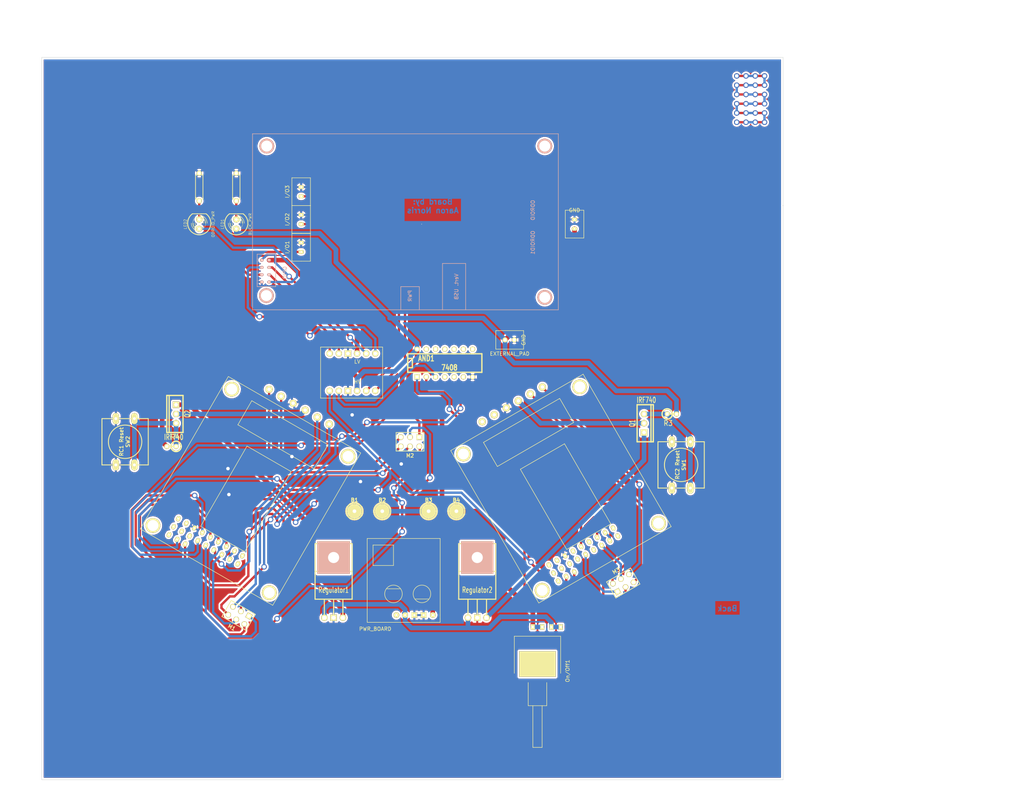
<source format=kicad_pcb>
(kicad_pcb (version 3) (host pcbnew "(2013-07-07 BZR 4022)-stable")
  (title_block (title "Robot Soccer Power & Control Board") (rev 3.0.3) (company "Norse Engineering") (comment 1 "Robot Soccer 2015") (comment 2 "produced for team Real Tucanos"))
  (layers (15 F.Cu signal) (0 B.Cu signal) (18 B.Paste user hide) (19 F.Paste user hide) (20 B.SilkS user) (21 F.SilkS user) (22 B.Mask user hide) (23 F.Mask user hide) (28 Edge.Cuts user))
  (net 0 "")
  (net 1 "12V(1)")
  (net 2 "12V(2)")
  (net 3 5V)
  (net 4 GND)
  (net 5 N-000001)
  (net 6 N-0000010)
  (net 7 N-0000012)
  (net 8 N-0000013)
  (net 9 N-0000014)
  (net 10 N-0000015)
  (net 11 N-0000016)
  (net 12 N-0000017)
  (net 13 N-0000018)
  (net 14 N-0000019)
  (net 15 N-000002)
  (net 16 N-0000020)
  (net 17 N-0000021)
  (net 18 N-0000025)
  (net 19 N-0000026)
  (net 20 N-0000028)
  (net 21 N-0000029)
  (net 22 N-000003)
  (net 23 N-0000030)
  (net 24 N-0000031)
  (net 25 N-0000033)
  (net 26 N-0000034)
  (net 27 N-0000035)
  (net 28 N-0000036)
  (net 29 N-0000037)
  (net 30 N-0000038)
  (net 31 N-0000039)
  (net 32 N-000004)
  (net 33 N-0000040)
  (net 34 N-0000041)
  (net 35 N-0000042)
  (net 36 N-0000043)
  (net 37 N-000005)
  (net 38 N-0000058)
  (net 39 N-000006)
  (net 40 N-0000060)
  (net 41 N-0000064)
  (net 42 N-000007)
  (net 43 N-000008)
  (net 44 N-000009)
  (net 45 "RCin(1)")
  (net 46 "RCin(2)")
  (module ROBOCLAW_V2 (layer F.Cu) (at 152.4 132.08 120)
    (fp_text reference RC2 hide)
    (fp_text value ROBOCLAW hide)
    (pad 1 thru_hole oval (at -22.86 -13.97 210) (size 1.1 1.5) (drill 0.5) (layers *.Cu *.Mask F.SilkS))
    (pad 22 thru_hole circle (at 25.4 -10.16 120) (size 2 2) (drill 1) (layers *.Cu *.Mask F.SilkS))
    (pad 23 thru_hole circle (at 25.4 -6.35 120) (size 2 2) (drill 1) (layers *.Cu *.Mask F.SilkS))
    (pad 24 thru_hole circle (at 25.4 -2.54 120) (size 2 2) (drill 1) (layers *.Cu *.Mask F.SilkS) (net 4 GND))
    (pad 25 thru_hole circle (at 25.4 1.27 120) (size 2 2) (drill 1) (layers *.Cu *.Mask F.SilkS) (net 46 "RCin(2)"))
    (pad 26 thru_hole circle (at 25.4 5.08 120) (size 2 2) (drill 1) (layers *.Cu *.Mask F.SilkS) (net 32 N-000004))
    (pad 27 thru_hole circle (at 25.4 8.89 120) (size 2 2) (drill 1) (layers *.Cu *.Mask F.SilkS) (net 37 N-000005))
    (pad 2 thru_hole oval (at -20.32 -13.97 210) (size 1.1 1.5) (drill 0.5) (layers *.Cu *.Mask F.SilkS))
    (pad 3 thru_hole oval (at -17.78 -13.97 210) (size 1.1 1.5) (drill 0.5) (layers *.Cu *.Mask F.SilkS))
    (pad 4 thru_hole oval (at -22.86 -11.43 210) (size 1.1 1.5) (drill 0.5) (layers *.Cu *.Mask F.SilkS) (net 40 N-0000060))
    (pad 5 thru_hole oval (at -20.32 -11.43 210) (size 1.1 1.5) (drill 0.5) (layers *.Cu *.Mask F.SilkS))
    (pad 6 thru_hole oval (at -17.78 -11.43 210) (size 1.1 1.5) (drill 0.5) (layers *.Cu *.Mask F.SilkS))
    (pad 7 thru_hole oval (at -22.86 -8.89 210) (size 1.1 1.5) (drill 0.5) (layers *.Cu *.Mask F.SilkS) (net 41 N-0000064))
    (pad 8 thru_hole oval (at -20.32 -8.89 210) (size 1.1 1.5) (drill 0.5) (layers *.Cu *.Mask F.SilkS))
    (pad 9 thru_hole oval (at -17.78 -8.89 210) (size 1.1 1.5) (drill 0.5) (layers *.Cu *.Mask F.SilkS) (net 4 GND))
    (pad 10 thru_hole oval (at -20.32 -6.35 210) (size 1.1 1.5) (drill 0.5) (layers *.Cu *.Mask F.SilkS))
    (pad 11 thru_hole oval (at -17.78 -6.35 210) (size 1.1 1.5) (drill 0.5) (layers *.Cu *.Mask F.SilkS))
    (pad 12 thru_hole oval (at -20.32 -3.81 210) (size 1.1 1.5) (drill 0.5) (layers *.Cu *.Mask F.SilkS) (net 11 N-0000016))
    (pad 13 thru_hole oval (at -17.78 -3.81 210) (size 1.1 1.5) (drill 0.5) (layers *.Cu *.Mask F.SilkS) (net 10 N-0000015))
    (pad 14 thru_hole oval (at -20.32 -1.27 210) (size 1.1 1.5) (drill 0.5) (layers *.Cu *.Mask F.SilkS))
    (pad 15 thru_hole oval (at -17.78 -1.27 210) (size 1.1 1.5) (drill 0.5) (layers *.Cu *.Mask F.SilkS))
    (pad 16 thru_hole oval (at -20.32 1.27 210) (size 1.1 1.5) (drill 0.5) (layers *.Cu *.Mask F.SilkS) (net 14 N-0000019))
    (pad 17 thru_hole oval (at -17.78 1.27 210) (size 1.1 1.5) (drill 0.5) (layers *.Cu *.Mask F.SilkS) (net 13 N-0000018))
    (pad 18 thru_hole oval (at -20.32 3.81 210) (size 1.1 1.5) (drill 0.5) (layers *.Cu *.Mask F.SilkS) (net 35 N-0000042))
    (pad 19 thru_hole oval (at -17.78 3.81 210) (size 1.1 1.5) (drill 0.5) (layers *.Cu *.Mask F.SilkS) (net 35 N-0000042))
    (pad 20 thru_hole oval (at -20.32 6.35 210) (size 1.1 1.5) (drill 0.5) (layers *.Cu *.Mask F.SilkS))
    (pad 21 thru_hole oval (at -17.78 6.35 210) (size 1.1 1.5) (drill 0.5) (layers *.Cu *.Mask F.SilkS))
    (pad "" thru_hole circle (at -22.86 -19.05 120) (size 4.064 4.064) (drill 3.048) (layers *.Cu *.Mask F.SilkS))
    (pad "" thru_hole circle (at 20.32 -19.05 120) (size 4.064 4.064) (drill 3.048) (layers *.Cu *.Mask F.SilkS))
    (pad "" thru_hole circle (at -22.86 17.78 120) (size 4.064 4.064) (drill 3.048) (layers *.Cu *.Mask F.SilkS))
    (pad "" thru_hole circle (at 20.32 17.78 120) (size 4.064 4.064) (drill 3.048) (layers *.Cu *.Mask F.SilkS))
  )
  (module ROBOCLAW_V2 (layer F.Cu) (at 68.58 133.35 60)
    (fp_text reference RC1 hide)
    (fp_text value ROBOCLAW hide)
    (pad 1 thru_hole oval (at -22.86 -13.97 150) (size 1.1 1.5) (drill 0.5) (layers *.Cu *.Mask F.SilkS))
    (pad 22 thru_hole circle (at 25.4 -10.16 60) (size 2 2) (drill 1) (layers *.Cu *.Mask F.SilkS) (net 22 N-000003))
    (pad 23 thru_hole circle (at 25.4 -6.35 60) (size 2 2) (drill 1) (layers *.Cu *.Mask F.SilkS) (net 15 N-000002))
    (pad 24 thru_hole circle (at 25.4 -2.54 60) (size 2 2) (drill 1) (layers *.Cu *.Mask F.SilkS) (net 4 GND))
    (pad 25 thru_hole circle (at 25.4 1.27 60) (size 2 2) (drill 1) (layers *.Cu *.Mask F.SilkS) (net 45 "RCin(1)"))
    (pad 26 thru_hole circle (at 25.4 5.08 60) (size 2 2) (drill 1) (layers *.Cu *.Mask F.SilkS) (net 7 N-0000012))
    (pad 27 thru_hole circle (at 25.4 8.89 60) (size 2 2) (drill 1) (layers *.Cu *.Mask F.SilkS) (net 5 N-000001))
    (pad 2 thru_hole oval (at -20.32 -13.97 150) (size 1.1 1.5) (drill 0.5) (layers *.Cu *.Mask F.SilkS))
    (pad 3 thru_hole oval (at -17.78 -13.97 150) (size 1.1 1.5) (drill 0.5) (layers *.Cu *.Mask F.SilkS))
    (pad 4 thru_hole oval (at -22.86 -11.43 150) (size 1.1 1.5) (drill 0.5) (layers *.Cu *.Mask F.SilkS) (net 40 N-0000060))
    (pad 5 thru_hole oval (at -20.32 -11.43 150) (size 1.1 1.5) (drill 0.5) (layers *.Cu *.Mask F.SilkS))
    (pad 6 thru_hole oval (at -17.78 -11.43 150) (size 1.1 1.5) (drill 0.5) (layers *.Cu *.Mask F.SilkS))
    (pad 7 thru_hole oval (at -22.86 -8.89 150) (size 1.1 1.5) (drill 0.5) (layers *.Cu *.Mask F.SilkS) (net 38 N-0000058))
    (pad 8 thru_hole oval (at -20.32 -8.89 150) (size 1.1 1.5) (drill 0.5) (layers *.Cu *.Mask F.SilkS))
    (pad 9 thru_hole oval (at -17.78 -8.89 150) (size 1.1 1.5) (drill 0.5) (layers *.Cu *.Mask F.SilkS) (net 4 GND))
    (pad 10 thru_hole oval (at -20.32 -6.35 150) (size 1.1 1.5) (drill 0.5) (layers *.Cu *.Mask F.SilkS) (net 9 N-0000014))
    (pad 11 thru_hole oval (at -17.78 -6.35 150) (size 1.1 1.5) (drill 0.5) (layers *.Cu *.Mask F.SilkS) (net 8 N-0000013))
    (pad 12 thru_hole oval (at -20.32 -3.81 150) (size 1.1 1.5) (drill 0.5) (layers *.Cu *.Mask F.SilkS) (net 17 N-0000021))
    (pad 13 thru_hole oval (at -17.78 -3.81 150) (size 1.1 1.5) (drill 0.5) (layers *.Cu *.Mask F.SilkS) (net 16 N-0000020))
    (pad 14 thru_hole oval (at -20.32 -1.27 150) (size 1.1 1.5) (drill 0.5) (layers *.Cu *.Mask F.SilkS) (net 44 N-000009))
    (pad 15 thru_hole oval (at -17.78 -1.27 150) (size 1.1 1.5) (drill 0.5) (layers *.Cu *.Mask F.SilkS) (net 12 N-0000017))
    (pad 16 thru_hole oval (at -20.32 1.27 150) (size 1.1 1.5) (drill 0.5) (layers *.Cu *.Mask F.SilkS) (net 39 N-000006))
    (pad 17 thru_hole oval (at -17.78 1.27 150) (size 1.1 1.5) (drill 0.5) (layers *.Cu *.Mask F.SilkS) (net 42 N-000007))
    (pad 18 thru_hole oval (at -20.32 3.81 150) (size 1.1 1.5) (drill 0.5) (layers *.Cu *.Mask F.SilkS) (net 36 N-0000043))
    (pad 19 thru_hole oval (at -17.78 3.81 150) (size 1.1 1.5) (drill 0.5) (layers *.Cu *.Mask F.SilkS) (net 36 N-0000043))
    (pad 20 thru_hole oval (at -20.32 6.35 150) (size 1.1 1.5) (drill 0.5) (layers *.Cu *.Mask F.SilkS))
    (pad 21 thru_hole oval (at -17.78 6.35 150) (size 1.1 1.5) (drill 0.5) (layers *.Cu *.Mask F.SilkS))
    (pad "" thru_hole circle (at -22.86 -19.05 60) (size 4.064 4.064) (drill 3.048) (layers *.Cu *.Mask F.SilkS))
    (pad "" thru_hole circle (at 20.32 -19.05 60) (size 4.064 4.064) (drill 3.048) (layers *.Cu *.Mask F.SilkS))
    (pad "" thru_hole circle (at -22.86 17.78 60) (size 4.064 4.064) (drill 3.048) (layers *.Cu *.Mask F.SilkS))
    (pad "" thru_hole circle (at 20.32 17.78 60) (size 4.064 4.064) (drill 3.048) (layers *.Cu *.Mask F.SilkS))
  )
  (module R3 (layer F.Cu) (at 53.34 50.8 90)
    (fp_text reference R2 hide)
    (fp_text value 150Ohm hide)
    (pad 1 thru_hole circle (at -3.81 0 90) (size 1.397 1.397) (drill 0.8128) (layers *.Cu *.Mask F.SilkS) (net 29 N-0000037))
    (pad 2 thru_hole circle (at 3.81 0 90) (size 1.397 1.397) (drill 0.8128) (layers *.Cu *.Mask F.SilkS) (net 4 GND))
  )
  (module R3 (layer F.Cu) (at 63.5 50.8 90)
    (fp_text reference R1 hide)
    (fp_text value 150Ohm hide)
    (pad 1 thru_hole circle (at -3.81 0 90) (size 1.397 1.397) (drill 0.8128) (layers *.Cu *.Mask F.SilkS) (net 43 N-000008))
    (pad 2 thru_hole circle (at 3.81 0 90) (size 1.397 1.397) (drill 0.8128) (layers *.Cu *.Mask F.SilkS) (net 4 GND))
  )
  (module PowerBoard (layer F.Cu) (at 119.38 170.18 180)
    (fp_text reference PB1 hide)
    (fp_text value PWR_BOARD (at 17.8 -1.8 180) (layer F.SilkS))
    (pad 1 thru_hole circle (at 2 2 180) (size 1.55 1.55) (drill 0.6) (layers *.Cu *.Mask F.SilkS) (net 3 5V))
    (pad 2 thru_hole rect (at 4.54 2 180) (size 1.55 1.55) (drill 0.6) (layers *.Cu *.Mask F.SilkS) (net 4 GND))
    (pad 3 thru_hole rect (at 7.08 2 180) (size 1.55 1.55) (drill 0.6) (layers *.Cu *.Mask F.SilkS) (net 4 GND))
    (pad 4 thru_hole circle (at 9.62 2 180) (size 1.55 1.55) (drill 0.6) (layers *.Cu *.Mask F.SilkS) (net 31 N-0000039))
    (pad 5 thru_hole circle (at 12 2 180) (size 1.55 1.55) (drill 0.6) (layers *.Cu *.Mask F.SilkS))
  )
  (module Logic_lvl_SparkFun (layer F.Cu) (at 101.6 106.68 180)
    (fp_text reference LLC1 hide)
    (fp_text value LOGIC_LEVEL_CONVERTER hide)
    (fp_text user LV (at 4.95 7.99 180) (layer F.SilkS))
    (fp_text user HV (at 4.89 2.45 180) (layer F.SilkS))
    (pad 1 thru_hole circle (at 0 0 180) (size 1.75 1.75) (drill 1) (layers *.Cu *.Mask F.SilkS) (net 30 N-0000038))
    (pad 2 thru_hole circle (at 2.5 0 180) (size 1.75 1.75) (drill 1) (layers *.Cu *.Mask F.SilkS) (net 33 N-0000040))
    (pad 3 thru_hole circle (at 5 0 180) (size 1.75 1.75) (drill 1) (layers *.Cu *.Mask F.SilkS) (net 3 5V))
    (pad 4 thru_hole rect (at 7.5 0 180) (size 1.75 1.75) (drill 1) (layers *.Cu *.Mask F.SilkS) (net 4 GND))
    (pad 5 thru_hole circle (at 10 0 180) (size 1.75 1.75) (drill 1) (layers *.Cu *.Mask F.SilkS) (net 6 N-0000010))
    (pad 6 thru_hole circle (at 12.5 0 180) (size 1.75 1.75) (drill 1) (layers *.Cu *.Mask F.SilkS) (net 40 N-0000060))
    (pad 7 thru_hole circle (at 0 10.24 180) (size 1.75 1.75) (drill 1) (layers *.Cu *.Mask F.SilkS) (net 27 N-0000035))
    (pad 8 thru_hole circle (at 2.5 10.24 180) (size 1.75 1.75) (drill 1) (layers *.Cu *.Mask F.SilkS) (net 26 N-0000034))
    (pad 9 thru_hole circle (at 5 10.24 180) (size 1.75 1.75) (drill 1) (layers *.Cu *.Mask F.SilkS) (net 25 N-0000033))
    (pad 10 thru_hole rect (at 7.5 10.24 180) (size 1.75 1.75) (drill 1) (layers *.Cu *.Mask F.SilkS) (net 4 GND))
    (pad 11 thru_hole circle (at 10 10.24 180) (size 1.75 1.75) (drill 1) (layers *.Cu *.Mask F.SilkS) (net 24 N-0000031))
    (pad 12 thru_hole circle (at 12.5 10.24 180) (size 1.75 1.75) (drill 1) (layers *.Cu *.Mask F.SilkS) (net 23 N-0000030))
  )
  (module LED5MM (layer F.Cu) (at 63.5 60.96 90)
    (fp_text reference LED1 (at 0 -3.81 90) (layer F.SilkS) (effects (font (size 0.762 0.762) (thickness 0.0889))))
    (fp_text value BUCK_PWR (at 0 3.81 90) (layer F.SilkS) (effects (font (size 0.762 0.762) (thickness 0.0889))))
    (pad 1 thru_hole circle (at -1.27 0 90) (size 1.6764 1.6764) (drill 0.8128) (layers *.Cu *.Mask F.SilkS) (net 3 5V))
    (pad 2 thru_hole circle (at 1.27 0 90) (size 1.6764 1.6764) (drill 0.8128) (layers *.Cu *.Mask F.SilkS) (net 43 N-000008))
  )
  (module LED5MM (layer F.Cu) (at 53.34 60.96 90)
    (fp_text reference LED2 (at 0 -3.81 90) (layer F.SilkS) (effects (font (size 0.762 0.762) (thickness 0.0889))))
    (fp_text value ODROID_PWR (at 0 3.81 90) (layer F.SilkS) (effects (font (size 0.762 0.762) (thickness 0.0889))))
    (pad 1 thru_hole circle (at -1.27 0 90) (size 1.6764 1.6764) (drill 0.8128) (layers *.Cu *.Mask F.SilkS) (net 28 N-0000036))
    (pad 2 thru_hole circle (at 1.27 0 90) (size 1.6764 1.6764) (drill 0.8128) (layers *.Cu *.Mask F.SilkS) (net 29 N-0000037))
  )
  (module IO_Foot_Dual (layer F.Cu) (at 81.28 68.58 90)
    (fp_text reference I/O1 (at 1.27 -3.81 90) (layer F.SilkS))
    (fp_text value PAD hide)
    (pad 1 thru_hole oval (at 0 0 90) (size 1.1 1.5) (drill 0.5) (layers *.Cu *.Mask F.SilkS) (net 34 N-0000041))
    (pad 2 thru_hole oval (at 2.54 0 90) (size 1.1 1.5) (drill 0.5) (layers *.Cu *.Mask F.SilkS) (net 4 GND))
  )
  (module IO_Foot_Dual (layer F.Cu) (at 81.28 60.96 90)
    (fp_text reference I/O2 (at 1.27 -3.81 90) (layer F.SilkS))
    (fp_text value EXTERNAL_PAD hide)
    (pad 1 thru_hole oval (at 0 0 90) (size 1.1 1.5) (drill 0.5) (layers *.Cu *.Mask F.SilkS) (net 33 N-0000040))
    (pad 2 thru_hole oval (at 2.54 0 90) (size 1.1 1.5) (drill 0.5) (layers *.Cu *.Mask F.SilkS) (net 4 GND))
  )
  (module IO_Foot_Dual (layer F.Cu) (at 81.28 53.34 90)
    (fp_text reference I/O3 (at 1.27 -3.81 90) (layer F.SilkS))
    (fp_text value EXTERNAL_PAD hide)
    (pad 1 thru_hole oval (at 0 0 90) (size 1.1 1.5) (drill 0.5) (layers *.Cu *.Mask F.SilkS) (net 30 N-0000038))
    (pad 2 thru_hole oval (at 2.54 0 90) (size 1.1 1.5) (drill 0.5) (layers *.Cu *.Mask F.SilkS) (net 4 GND))
  )
  (module DIP-14__300 (layer F.Cu) (at 120.65 99.06)
    (fp_text reference AND1 (at -5.08 -1.27) (layer F.SilkS) (effects (font (size 1.524 1.143) (thickness 0.3048))))
    (fp_text value 7408 (at 1.27 1.27) (layer F.SilkS) (effects (font (size 1.524 1.143) (thickness 0.3048))))
    (pad 1 thru_hole rect (at -7.62 3.81) (size 1.397 1.397) (drill 0.8128) (layers *.Cu *.Mask F.SilkS) (net 41 N-0000064))
    (pad 2 thru_hole circle (at -5.08 3.81) (size 1.397 1.397) (drill 0.8128) (layers *.Cu *.Mask F.SilkS) (net 38 N-0000058))
    (pad 3 thru_hole circle (at -2.54 3.81) (size 1.397 1.397) (drill 0.8128) (layers *.Cu *.Mask F.SilkS) (net 6 N-0000010))
    (pad 4 thru_hole circle (at 0 3.81) (size 1.397 1.397) (drill 0.8128) (layers *.Cu *.Mask F.SilkS))
    (pad 5 thru_hole circle (at 2.54 3.81) (size 1.397 1.397) (drill 0.8128) (layers *.Cu *.Mask F.SilkS))
    (pad 6 thru_hole circle (at 5.08 3.81) (size 1.397 1.397) (drill 0.8128) (layers *.Cu *.Mask F.SilkS))
    (pad 7 thru_hole circle (at 7.62 3.81) (size 1.397 1.397) (drill 0.8128) (layers *.Cu *.Mask F.SilkS) (net 4 GND))
    (pad 8 thru_hole circle (at 7.62 -3.81) (size 1.397 1.397) (drill 0.8128) (layers *.Cu *.Mask F.SilkS))
    (pad 9 thru_hole circle (at 5.08 -3.81) (size 1.397 1.397) (drill 0.8128) (layers *.Cu *.Mask F.SilkS))
    (pad 10 thru_hole circle (at 2.54 -3.81) (size 1.397 1.397) (drill 0.8128) (layers *.Cu *.Mask F.SilkS))
    (pad 11 thru_hole circle (at 0 -3.81) (size 1.397 1.397) (drill 0.8128) (layers *.Cu *.Mask F.SilkS))
    (pad 12 thru_hole circle (at -2.54 -3.81) (size 1.397 1.397) (drill 0.8128) (layers *.Cu *.Mask F.SilkS))
    (pad 13 thru_hole circle (at -5.08 -3.81) (size 1.397 1.397) (drill 0.8128) (layers *.Cu *.Mask F.SilkS))
    (pad 14 thru_hole circle (at -7.62 -3.81) (size 1.397 1.397) (drill 0.8128) (layers *.Cu *.Mask F.SilkS) (net 3 5V))
  )
  (module 1pin (layer F.Cu) (at 95.885 139.7)
    (fp_text reference B1 (at 0 -3.048) (layer F.SilkS) (effects (font (size 1.016 1.016) (thickness 0.254))))
    (fp_text value PWR hide)
    (pad 1 thru_hole circle (at 0 0) (size 4.064 4.064) (drill 1) (layers *.Cu *.Mask F.SilkS) (net 4 GND))
  )
  (module 1pin (layer F.Cu) (at 103.505 139.7)
    (fp_text reference B2 (at 0 -3.048) (layer F.SilkS) (effects (font (size 1.016 1.016) (thickness 0.254))))
    (fp_text value PWR hide)
    (pad 1 thru_hole circle (at 0 0) (size 4.064 4.064) (drill 1) (layers *.Cu *.Mask F.SilkS) (net 19 N-0000026))
  )
  (module 1pin (layer F.Cu) (at 116.205 139.7)
    (fp_text reference B3 (at 0 -3.048) (layer F.SilkS) (effects (font (size 1.016 1.016) (thickness 0.254))))
    (fp_text value PWR hide)
    (pad 1 thru_hole circle (at 0 0) (size 4.064 4.064) (drill 1) (layers *.Cu *.Mask F.SilkS) (net 19 N-0000026))
  )
  (module 1pin (layer F.Cu) (at 123.825 139.7)
    (fp_text reference B4 (at 0 -3.048) (layer F.SilkS) (effects (font (size 1.016 1.016) (thickness 0.254))))
    (fp_text value PWR hide)
    (pad 1 thru_hole circle (at 0 0) (size 4.064 4.064) (drill 1) (layers *.Cu *.Mask F.SilkS) (net 18 N-0000025))
  )
  (module Power_Switch_Custom (layer F.Cu) (at 145.415 182.245 270)
    (fp_text reference On/Off1 (at 1.27 -8.89 270) (layer F.SilkS))
    (fp_text value SPST hide)
    (pad 1 thru_hole rect (at -10.795 0.635) (size 1.1 1.5) (drill 0.6) (layers *.Cu *.Mask F.SilkS) (net 18 N-0000025))
    (pad 1 thru_hole rect (at -10.795 -1.905) (size 1.1 1.5) (drill 0.6) (layers *.Cu *.Mask F.SilkS) (net 18 N-0000025))
    (pad 2 thru_hole rect (at -10.795 -4.445) (size 1.1 1.5) (drill 0.6) (layers *.Cu *.Mask F.SilkS) (net 31 N-0000039))
    (pad 2 thru_hole rect (at -10.795 -6.985) (size 1.1 1.5) (drill 0.6) (layers *.Cu *.Mask F.SilkS) (net 31 N-0000039))
    (pad "" thru_hole rect (at -0.635 -0.635) (size 10 7) (drill 0.001) (layers *.Cu *.Mask F.SilkS))
  )
  (module pin_array_3x2 (layer F.Cu) (at 64.135 168.275 150)
    (fp_text reference M1 (at 0 -3.81 150) (layer F.SilkS) (effects (font (size 1.016 1.016) (thickness 0.2032))))
    (fp_text value M1 hide)
    (pad 1 thru_hole rect (at -2.54 1.27 150) (size 1.524 1.524) (drill 1.016) (layers *.Cu *.Mask F.SilkS) (net 17 N-0000021))
    (pad 2 thru_hole circle (at -2.54 -1.27 150) (size 1.524 1.524) (drill 1.016) (layers *.Cu *.Mask F.SilkS) (net 16 N-0000020))
    (pad 3 thru_hole circle (at 0 1.27 150) (size 1.524 1.524) (drill 1.016) (layers *.Cu *.Mask F.SilkS) (net 42 N-000007))
    (pad 4 thru_hole circle (at 0 -1.27 150) (size 1.524 1.524) (drill 1.016) (layers *.Cu *.Mask F.SilkS) (net 39 N-000006))
    (pad 5 thru_hole circle (at 2.54 1.27 150) (size 1.524 1.524) (drill 1.016) (layers *.Cu *.Mask F.SilkS) (net 7 N-0000012))
    (pad 6 thru_hole circle (at 2.54 -1.27 150) (size 1.524 1.524) (drill 1.016) (layers *.Cu *.Mask F.SilkS) (net 5 N-000001))
  )
  (module pin_array_3x2 (layer F.Cu) (at 111.125 120.65 180)
    (fp_text reference M2 (at 0 -3.81 180) (layer F.SilkS) (effects (font (size 1.016 1.016) (thickness 0.2032))))
    (fp_text value M2 hide)
    (pad 1 thru_hole rect (at -2.54 1.27 180) (size 1.524 1.524) (drill 1.016) (layers *.Cu *.Mask F.SilkS) (net 9 N-0000014))
    (pad 2 thru_hole circle (at -2.54 -1.27 180) (size 1.524 1.524) (drill 1.016) (layers *.Cu *.Mask F.SilkS) (net 8 N-0000013))
    (pad 3 thru_hole circle (at 0 1.27 180) (size 1.524 1.524) (drill 1.016) (layers *.Cu *.Mask F.SilkS) (net 12 N-0000017))
    (pad 4 thru_hole circle (at 0 -1.27 180) (size 1.524 1.524) (drill 1.016) (layers *.Cu *.Mask F.SilkS) (net 44 N-000009))
    (pad 5 thru_hole circle (at 2.54 1.27 180) (size 1.524 1.524) (drill 1.016) (layers *.Cu *.Mask F.SilkS) (net 15 N-000002))
    (pad 6 thru_hole circle (at 2.54 -1.27 180) (size 1.524 1.524) (drill 1.016) (layers *.Cu *.Mask F.SilkS) (net 22 N-000003))
  )
  (module pin_array_3x2 (layer F.Cu) (at 169.545 159.385 30)
    (fp_text reference M3 (at 0 -3.81 30) (layer F.SilkS) (effects (font (size 1.016 1.016) (thickness 0.2032))))
    (fp_text value M3 hide)
    (pad 1 thru_hole rect (at -2.54 1.27 30) (size 1.524 1.524) (drill 1.016) (layers *.Cu *.Mask F.SilkS) (net 11 N-0000016))
    (pad 2 thru_hole circle (at -2.54 -1.27 30) (size 1.524 1.524) (drill 1.016) (layers *.Cu *.Mask F.SilkS) (net 10 N-0000015))
    (pad 3 thru_hole circle (at 0 1.27 30) (size 1.524 1.524) (drill 1.016) (layers *.Cu *.Mask F.SilkS) (net 13 N-0000018))
    (pad 4 thru_hole circle (at 0 -1.27 30) (size 1.524 1.524) (drill 1.016) (layers *.Cu *.Mask F.SilkS) (net 14 N-0000019))
    (pad 5 thru_hole circle (at 2.54 1.27 30) (size 1.524 1.524) (drill 1.016) (layers *.Cu *.Mask F.SilkS) (net 32 N-000004))
    (pad 6 thru_hole circle (at 2.54 -1.27 30) (size 1.524 1.524) (drill 1.016) (layers *.Cu *.Mask F.SilkS) (net 37 N-000005))
  )
  (module IO_Foot_Dual (layer F.Cu) (at 156.21 62.23 90)
    (fp_text reference 5v1 hide)
    (fp_text value EXTERNAL_PAD hide)
    (fp_text user GND (at 5.08 0 180) (layer F.SilkS))
    (pad 1 thru_hole oval (at 0 0 90) (size 1.1 1.5) (drill 0.5) (layers *.Cu *.Mask F.SilkS) (net 3 5V))
    (pad 2 thru_hole oval (at 2.54 0 90) (size 1.1 1.5) (drill 0.5) (layers *.Cu *.Mask F.SilkS) (net 4 GND))
  )
  (module IO_Foot_Dual (layer F.Cu) (at 137.16 92.71)
    (fp_text reference 5v2 hide)
    (fp_text value EXTERNAL_PAD (at 1.27 3.81) (layer F.SilkS))
    (fp_text user GND (at 5.08 0 90) (layer F.SilkS))
    (pad 1 thru_hole circle (at 0 0) (size 1.397 1.397) (drill 0.8128) (layers *.Cu *.Mask F.SilkS) (net 3 5V))
    (pad 2 thru_hole circle (at 2.54 0) (size 1.397 1.397) (drill 0.8128) (layers *.Cu *.Mask F.SilkS) (net 4 GND))
  )
  (module Custom_LM7812 (layer F.Cu) (at 90.17 168.91 90)
    (fp_text reference Regulator1 (at 7.62 0 180) (layer F.SilkS) (effects (font (size 1.524 1.016) (thickness 0.2032))))
    (fp_text value V_REG_78XXTO-92 hide)
    (pad "" thru_hole rect (at 16.51 0 90) (size 8.89 8.89) (drill 3.048) (layers *.Cu *.SilkS *.Mask))
    (pad 2 thru_hole circle (at 0 -2.54 90) (size 1.778 1.778) (drill 1.143) (layers *.Cu *.Mask F.SilkS) (net 31 N-0000039))
    (pad 1 thru_hole rect (at 0 0 90) (size 1.778 1.778) (drill 1.143) (layers *.Cu *.Mask F.SilkS) (net 4 GND))
    (pad 3 thru_hole circle (at 0 2.54 90) (size 1.778 1.778) (drill 1.143) (layers *.Cu *.Mask F.SilkS) (net 1 "12V(1)"))
  )
  (module Custom_LM7812 (layer F.Cu) (at 129.54 168.91 90)
    (fp_text reference Regulator2 (at 7.62 0 180) (layer F.SilkS) (effects (font (size 1.524 1.016) (thickness 0.2032))))
    (fp_text value V_REG_78XXTO-92 hide)
    (pad "" thru_hole rect (at 16.51 0 90) (size 8.89 8.89) (drill 3.048) (layers *.Cu *.SilkS *.Mask))
    (pad 2 thru_hole circle (at 0 -2.54 90) (size 1.778 1.778) (drill 1.143) (layers *.Cu *.Mask F.SilkS) (net 31 N-0000039))
    (pad 1 thru_hole rect (at 0 0 90) (size 1.778 1.778) (drill 1.143) (layers *.Cu *.Mask F.SilkS) (net 4 GND))
    (pad 3 thru_hole circle (at 0 2.54 90) (size 1.778 1.778) (drill 1.143) (layers *.Cu *.Mask F.SilkS) (net 2 "12V(2)"))
  )
  (module ODROID_v3 (layer B.Cu) (at 104.14 59.69 90)
    (fp_text reference ODROID1 (at -6.35 40.64 90) (layer B.SilkS) (effects (justify mirror)))
    (fp_text value ODROID (at 2.54 40.64 90) (layer B.SilkS) (effects (justify mirror)))
    (fp_text user PWR (at -20.955 6.985 270) (layer B.SilkS) (effects (justify mirror)))
    (fp_text user "Vert. USB" (at -18.415 19.685 270) (layer B.SilkS) (effects (justify mirror)))
    (fp_text user GPIO (at -14.605 -27.305 270) (layer B.SilkS) (effects (justify mirror)))
    (pad 7 thru_hole oval (at -17.145 -33.655 90) (size 0.8 1) (drill 0.25) (layers *.Cu *.Mask B.SilkS) (net 4 GND))
    (pad 5 thru_hole oval (at -15.145 -33.655 90) (size 0.8 1) (drill 0.25) (layers *.Cu *.Mask B.SilkS) (net 34 N-0000041))
    (pad 3 thru_hole oval (at -13.145 -33.655 90) (size 0.8 1) (drill 0.25) (layers *.Cu *.Mask B.SilkS) (net 27 N-0000035))
    (pad 1 thru_hole oval (at -11.145 -33.655 90) (size 0.8 1) (drill 0.25) (layers *.Cu *.Mask B.SilkS) (net 26 N-0000034))
    (pad 8 thru_hole oval (at -17.145 -31.655 90) (size 0.8 1) (drill 0.25) (layers *.Cu *.Mask B.SilkS) (net 28 N-0000036))
    (pad 6 thru_hole oval (at -15.145 -31.655 90) (size 0.8 1) (drill 0.25) (layers *.Cu *.Mask B.SilkS) (net 23 N-0000030))
    (pad 4 thru_hole oval (at -13.145 -31.655 90) (size 0.8 1) (drill 0.25) (layers *.Cu *.Mask B.SilkS) (net 24 N-0000031))
    (pad 2 thru_hole oval (at -11.145 -31.655 90) (size 0.8 1) (drill 0.25) (layers *.Cu *.Mask B.SilkS) (net 25 N-0000033))
    (pad "" thru_hole circle (at -20.865 -32.395 90) (size 4.064 4.064) (drill 3.048) (layers *.Cu *.Mask B.SilkS))
    (pad "" thru_hole circle (at 20.135 -32.295 90) (size 4.064 4.064) (drill 3.048) (layers *.Cu *.Mask B.SilkS))
    (pad "" thru_hole circle (at 20.135 43.905 90) (size 4.064 4.064) (drill 3.048) (layers *.Cu *.Mask B.SilkS))
    (pad "" thru_hole circle (at -21.365 43.905 90) (size 4.064 4.064) (drill 3.048) (layers *.Cu *.Mask B.SilkS))
  )
  (module TO220_VERT (layer F.Cu) (at 175.26 115.57)
    (fp_text reference Q1 (at -3.175 0 90) (layer F.SilkS) (effects (font (size 1.524 1.016) (thickness 0.2032))))
    (fp_text value IRF740 (at 0.635 -6.35) (layer F.SilkS) (effects (font (size 1.524 1.016) (thickness 0.2032))))
    (pad 2 thru_hole circle (at 0 -2.54) (size 1.778 1.778) (drill 1.016) (layers *.Cu *.Mask F.SilkS) (net 21 N-0000029))
    (pad 3 thru_hole circle (at 0 0) (size 1.778 1.778) (drill 1.016) (layers *.Cu *.Mask F.SilkS) (net 46 "RCin(2)"))
    (pad 1 thru_hole rect (at 0 2.54) (size 1.778 1.778) (drill 1.016) (layers *.Cu *.Mask F.SilkS) (net 2 "12V(2)"))
  )
  (module TO220_VERT (layer F.Cu) (at 46.99 113.03 180)
    (fp_text reference Q2 (at -3.175 0 270) (layer F.SilkS) (effects (font (size 1.524 1.016) (thickness 0.2032))))
    (fp_text value IRF740 (at 0.635 -6.35 180) (layer F.SilkS) (effects (font (size 1.524 1.016) (thickness 0.2032))))
    (pad 2 thru_hole circle (at 0 -2.54 180) (size 1.778 1.778) (drill 1.016) (layers *.Cu *.Mask F.SilkS) (net 20 N-0000028))
    (pad 3 thru_hole circle (at 0 0 180) (size 1.778 1.778) (drill 1.016) (layers *.Cu *.Mask F.SilkS) (net 45 "RCin(1)"))
    (pad 1 thru_hole rect (at 0 2.54 180) (size 1.778 1.778) (drill 1.016) (layers *.Cu *.Mask F.SilkS) (net 1 "12V(1)"))
  )
  (module R1 (layer F.Cu) (at 45.72 121.92 180)
    (fp_text reference R4 (at -1.016 2.54 180) (layer F.SilkS) (effects (font (size 1.397 1.27) (thickness 0.2032))))
    (fp_text value "470 Ohm" hide)
    (pad 1 thru_hole circle (at -1.27 0 180) (size 1.397 1.397) (drill 0.8128) (layers *.Cu *.Mask F.SilkS) (net 20 N-0000028))
    (pad 2 thru_hole circle (at 1.27 0 180) (size 1.397 1.397) (drill 0.8128) (layers *.Cu *.Mask F.SilkS) (net 3 5V))
  )
  (module R1 (layer F.Cu) (at 182.88 113.03)
    (fp_text reference R3 (at -1.016 2.54) (layer F.SilkS) (effects (font (size 1.397 1.27) (thickness 0.2032))))
    (fp_text value "470 Ohm" hide)
    (pad 1 thru_hole circle (at -1.27 0) (size 1.397 1.397) (drill 0.8128) (layers *.Cu *.Mask F.SilkS) (net 21 N-0000029))
    (pad 2 thru_hole circle (at 1.27 0) (size 1.397 1.397) (drill 0.8128) (layers *.Cu *.Mask F.SilkS) (net 3 5V))
  )
  (module SW_PUSH-12mm (layer F.Cu) (at 33.02 120.65 270)
    (fp_text reference SW2 (at 0 -0.762 270) (layer F.SilkS) (effects (font (size 1.016 1.016) (thickness 0.2032))))
    (fp_text value "RC1 Reset" (at 0 1.016 270) (layer F.SilkS) (effects (font (size 1.016 1.016) (thickness 0.2032))))
    (pad 1 thru_hole oval (at 6.35 -2.54 270) (size 3.048 1.7272) (drill 0.8128) (layers *.Cu *.Mask F.SilkS) (net 20 N-0000028))
    (pad 2 thru_hole oval (at 6.35 2.54 270) (size 3.048 1.7272) (drill 0.8128) (layers *.Cu *.Mask F.SilkS) (net 4 GND))
    (pad 1 thru_hole oval (at -6.35 -2.54 270) (size 3.048 1.7272) (drill 0.8128) (layers *.Cu *.Mask F.SilkS) (net 20 N-0000028))
    (pad 2 thru_hole oval (at -6.35 2.54 270) (size 3.048 1.7272) (drill 0.8128) (layers *.Cu *.Mask F.SilkS) (net 4 GND))
  )
  (module SW_PUSH-12mm (layer F.Cu) (at 185.42 127 270)
    (fp_text reference SW1 (at 0 -0.762 270) (layer F.SilkS) (effects (font (size 1.016 1.016) (thickness 0.2032))))
    (fp_text value "RC2 Reset" (at 0 1.016 270) (layer F.SilkS) (effects (font (size 1.016 1.016) (thickness 0.2032))))
    (pad 1 thru_hole oval (at 6.35 -2.54 270) (size 3.048 1.7272) (drill 0.8128) (layers *.Cu *.Mask F.SilkS) (net 21 N-0000029))
    (pad 2 thru_hole oval (at 6.35 2.54 270) (size 3.048 1.7272) (drill 0.8128) (layers *.Cu *.Mask F.SilkS) (net 4 GND))
    (pad 1 thru_hole oval (at -6.35 -2.54 270) (size 3.048 1.7272) (drill 0.8128) (layers *.Cu *.Mask F.SilkS) (net 21 N-0000029))
    (pad 2 thru_hole oval (at -6.35 2.54 270) (size 3.048 1.7272) (drill 0.8128) (layers *.Cu *.Mask F.SilkS) (net 4 GND))
  )
  (gr_line (start 10.16 213.36) (end 10.16 15.24) (angle 90) (layer Edge.Cuts) (width 0.1))
  (gr_line (start 213.36 213.36) (end 10.16 213.36) (angle 90) (layer Edge.Cuts) (width 0.1))
  (gr_line (start 213.36 15.24) (end 213.36 213.36) (angle 90) (layer Edge.Cuts) (width 0.1))
  (gr_line (start 10.16 15.24) (end 213.36 15.24) (angle 90) (layer Edge.Cuts) (width 0.1))
  (gr_text Front (at 26.67 168.275) (layer F.Cu) (effects (font (size 1.5 1.5) (thickness 0.3))))
  (gr_text Back (at 198.12 166.37) (layer B.Cu) (effects (font (size 1.5 1.5) (thickness 0.3)) (justify mirror)))
  (gr_text "Board by:\nAaron Norris\n" (at 116.459 49.149) (layer F.Cu) (effects (font (size 1.5 1.5) (thickness 0.3))))
  (gr_text "Board by:\nAaron Norris" (at 117.348 56.007) (layer B.Cu) (effects (font (size 1.5 1.5) (thickness 0.3)) (justify mirror)))
  (target plus (at 114.3 60.96) (size 0.005) (width 0.1) (layer Edge.Cuts))
  (target plus (at 213.36 55.88) (size 0.005) (width 0.1) (layer Edge.Cuts))
  (via (at 200.66 20.32) (size 1.5) (layers F.Cu B.Cu) (net 0))
  (via (at 208.28 20.32) (size 1.5) (layers F.Cu B.Cu) (net 0))
  (segment (start 208.28 20.32) (end 208.28 22.86) (width 0.635) (layer B.Cu) (net 0))
  (via (at 208.28 22.86) (size 1.5) (layers F.Cu B.Cu) (net 0))
  (segment (start 208.28 22.86) (end 205.74 22.86) (width 0.635) (layer F.Cu) (net 0))
  (via (at 205.74 22.86) (size 1.5) (layers F.Cu B.Cu) (net 0))
  (segment (start 205.74 22.86) (end 203.2 22.86) (width 0.635) (layer B.Cu) (net 0))
  (via (at 203.2 22.86) (size 1.5) (layers F.Cu B.Cu) (net 0))
  (segment (start 203.2 22.86) (end 200.66 22.86) (width 0.635) (layer F.Cu) (net 0))
  (via (at 200.66 22.86) (size 1.5) (layers F.Cu B.Cu) (net 0))
  (segment (start 200.66 22.86) (end 200.66 25.4) (width 0.635) (layer B.Cu) (net 0))
  (via (at 200.66 25.4) (size 1.5) (layers F.Cu B.Cu) (net 0))
  (segment (start 200.66 25.4) (end 203.2 25.4) (width 0.635) (layer F.Cu) (net 0))
  (via (at 203.2 25.4) (size 1.5) (layers F.Cu B.Cu) (net 0))
  (segment (start 203.2 25.4) (end 205.74 25.4) (width 0.635) (layer B.Cu) (net 0))
  (via (at 205.74 25.4) (size 1.5) (layers F.Cu B.Cu) (net 0))
  (segment (start 205.74 25.4) (end 208.28 25.4) (width 0.635) (layer F.Cu) (net 0))
  (via (at 208.28 25.4) (size 1.5) (layers F.Cu B.Cu) (net 0))
  (segment (start 208.28 25.4) (end 208.28 27.94) (width 0.635) (layer B.Cu) (net 0))
  (via (at 208.28 27.94) (size 1.5) (layers F.Cu B.Cu) (net 0))
  (segment (start 208.28 27.94) (end 205.74 27.94) (width 0.635) (layer F.Cu) (net 0))
  (via (at 205.74 27.94) (size 1.5) (layers F.Cu B.Cu) (net 0))
  (segment (start 205.74 27.94) (end 203.2 27.94) (width 0.635) (layer B.Cu) (net 0))
  (via (at 203.2 27.94) (size 1.5) (layers F.Cu B.Cu) (net 0))
  (segment (start 203.2 27.94) (end 200.66 27.94) (width 0.635) (layer F.Cu) (net 0))
  (via (at 200.66 27.94) (size 1.5) (layers F.Cu B.Cu) (net 0))
  (segment (start 200.66 27.94) (end 200.66 30.48) (width 0.635) (layer B.Cu) (net 0))
  (via (at 200.66 30.48) (size 1.5) (layers F.Cu B.Cu) (net 0))
  (segment (start 200.66 30.48) (end 203.2 30.48) (width 0.635) (layer F.Cu) (net 0))
  (via (at 203.2 30.48) (size 1.5) (layers F.Cu B.Cu) (net 0))
  (segment (start 203.2 30.48) (end 205.74 30.48) (width 0.635) (layer B.Cu) (net 0))
  (via (at 205.74 30.48) (size 1.5) (layers F.Cu B.Cu) (net 0))
  (segment (start 205.74 30.48) (end 208.28 30.48) (width 0.635) (layer F.Cu) (net 0))
  (via (at 208.28 30.48) (size 1.5) (layers F.Cu B.Cu) (net 0))
  (segment (start 208.28 30.48) (end 208.28 33.02) (width 0.635) (layer B.Cu) (net 0))
  (via (at 208.28 33.02) (size 1.5) (layers F.Cu B.Cu) (net 0))
  (segment (start 208.28 33.02) (end 205.74 33.02) (width 0.635) (layer F.Cu) (net 0))
  (via (at 205.74 33.02) (size 1.5) (layers F.Cu B.Cu) (net 0))
  (segment (start 205.74 33.02) (end 203.2 33.02) (width 0.635) (layer B.Cu) (net 0))
  (via (at 203.2 33.02) (size 1.5) (layers F.Cu B.Cu) (net 0))
  (segment (start 200.66 33.02) (end 203.2 33.02) (width 0.635) (layer F.Cu) (net 0))
  (via (at 200.66 33.02) (size 1.5) (layers F.Cu B.Cu) (net 0))
  (segment (start 205.74 20.32) (end 208.28 20.32) (width 0.635) (layer F.Cu) (net 0))
  (via (at 205.74 20.32) (size 1.5) (layers F.Cu B.Cu) (net 0))
  (segment (start 203.2 20.32) (end 205.74 20.32) (width 0.635) (layer B.Cu) (net 0))
  (via (at 203.2 20.32) (size 1.5) (layers F.Cu B.Cu) (net 0))
  (segment (start 203.2 20.32) (end 200.66 20.32) (width 0.635) (layer F.Cu) (net 0))
  (segment (start 46.99 110.49) (end 50.673 110.49) (width 1.27) (layer F.Cu) (net 1))
  (segment (start 92.71 166.751) (end 92.71 168.91) (width 1.27) (layer F.Cu) (net 1))
  (segment (start 82.296 156.337) (end 92.71 166.751) (width 1.27) (layer F.Cu) (net 1))
  (segment (start 82.296 142.113) (end 82.296 156.337) (width 1.27) (layer F.Cu) (net 1))
  (segment (start 50.673 110.49) (end 82.296 142.113) (width 1.27) (layer F.Cu) (net 1))
  (segment (start 132.08 168.91) (end 175.26 125.73) (width 1.27) (layer B.Cu) (net 2))
  (segment (start 175.26 125.73) (end 175.26 118.11) (width 1.27) (layer B.Cu) (net 2))
  (segment (start 63.5 62.23) (end 63.5 63.5) (width 1.27) (layer B.Cu) (net 3))
  (segment (start 90.805 71.374) (end 106.172 86.741) (width 1.27) (layer B.Cu) (net 3))
  (segment (start 90.805 67.945) (end 90.805 71.374) (width 1.27) (layer B.Cu) (net 3))
  (segment (start 86.36 63.5) (end 90.805 67.945) (width 1.27) (layer B.Cu) (net 3))
  (segment (start 63.5 63.5) (end 86.36 63.5) (width 1.27) (layer B.Cu) (net 3))
  (segment (start 43.18 107.95) (end 43.18 120.65) (width 1.27) (layer F.Cu) (net 3))
  (segment (start 43.18 120.65) (end 44.45 121.92) (width 1.27) (layer F.Cu) (net 3))
  (segment (start 96.6 102.95) (end 96.6 106.68) (width 1.27) (layer F.Cu) (net 3))
  (segment (start 95.25 101.6) (end 96.6 102.95) (width 1.27) (layer F.Cu) (net 3))
  (segment (start 49.53 101.6) (end 56.515 101.6) (width 1.27) (layer F.Cu) (net 3))
  (segment (start 56.515 101.6) (end 86.995 101.6) (width 1.27) (layer F.Cu) (net 3))
  (segment (start 86.995 101.6) (end 95.25 101.6) (width 1.27) (layer F.Cu) (net 3))
  (segment (start 43.18 107.95) (end 45.72 105.41) (width 1.27) (layer F.Cu) (net 3))
  (segment (start 45.72 105.41) (end 49.53 101.6) (width 1.27) (layer F.Cu) (net 3))
  (segment (start 137.16 92.71) (end 137.16 96.52) (width 1.27) (layer B.Cu) (net 3))
  (segment (start 184.15 109.22) (end 184.15 113.03) (width 1.27) (layer B.Cu) (net 3))
  (segment (start 181.61 106.68) (end 184.15 109.22) (width 1.27) (layer B.Cu) (net 3))
  (segment (start 167.64 106.68) (end 181.61 106.68) (width 1.27) (layer B.Cu) (net 3))
  (segment (start 160.02 99.06) (end 167.64 106.68) (width 1.27) (layer B.Cu) (net 3))
  (segment (start 139.7 99.06) (end 160.02 99.06) (width 1.27) (layer B.Cu) (net 3))
  (segment (start 137.16 96.52) (end 139.7 99.06) (width 1.27) (layer B.Cu) (net 3))
  (segment (start 154.178 68.961) (end 154.178 68.834) (width 1.27) (layer F.Cu) (net 3))
  (segment (start 154.178 68.834) (end 156.21 66.802) (width 1.27) (layer F.Cu) (net 3))
  (segment (start 143.9545 85.7885) (end 143.9545 79.1845) (width 1.27) (layer F.Cu) (net 3))
  (segment (start 143.9545 79.1845) (end 154.178 68.961) (width 1.27) (layer F.Cu) (net 3))
  (segment (start 118.872 108.966) (end 112.649 108.966) (width 1.27) (layer F.Cu) (net 3))
  (segment (start 113.03 98.044) (end 113.03 95.25) (width 1.27) (layer F.Cu) (net 3))
  (segment (start 108.966 102.108) (end 113.03 98.044) (width 1.27) (layer F.Cu) (net 3))
  (segment (start 108.966 105.283) (end 108.966 102.108) (width 1.27) (layer F.Cu) (net 3))
  (segment (start 112.649 108.966) (end 108.966 105.283) (width 1.27) (layer F.Cu) (net 3))
  (segment (start 117.348 145.542) (end 119.888 143.002) (width 1.27) (layer F.Cu) (net 3))
  (segment (start 119.888 109.982) (end 118.872 108.966) (width 1.27) (layer F.Cu) (net 3))
  (segment (start 119.888 143.002) (end 119.888 109.982) (width 1.27) (layer F.Cu) (net 3))
  (segment (start 113.03 95.25) (end 113.03 93.599) (width 1.27) (layer B.Cu) (net 3))
  (segment (start 113.03 93.599) (end 106.172 86.741) (width 1.27) (layer B.Cu) (net 3))
  (segment (start 96.6 106.68) (end 96.6 103.298) (width 1.27) (layer B.Cu) (net 3))
  (segment (start 96.6 103.298) (end 98.552 101.346) (width 1.27) (layer B.Cu) (net 3))
  (segment (start 98.552 101.346) (end 106.934 101.346) (width 1.27) (layer B.Cu) (net 3))
  (segment (start 106.934 101.346) (end 113.03 95.25) (width 1.27) (layer B.Cu) (net 3))
  (segment (start 106.172 86.741) (end 105.537 86.741) (width 1.27) (layer B.Cu) (net 3))
  (segment (start 131.191 86.741) (end 137.16 92.71) (width 1.27) (layer B.Cu) (net 3))
  (segment (start 105.537 86.741) (end 131.191 86.741) (width 1.27) (layer B.Cu) (net 3))
  (segment (start 137.16 92.71) (end 138.176 91.694) (width 1.27) (layer F.Cu) (net 3))
  (segment (start 156.21 66.802) (end 156.21 62.23) (width 1.27) (layer F.Cu) (net 3))
  (segment (start 138.176 91.567) (end 143.9545 85.7885) (width 1.27) (layer F.Cu) (net 3))
  (segment (start 138.176 91.694) (end 138.176 91.567) (width 1.27) (layer F.Cu) (net 3))
  (segment (start 117.348 168.148) (end 117.38 168.18) (width 1.27) (layer F.Cu) (net 3))
  (segment (start 117.348 145.542) (end 117.348 168.148) (width 1.27) (layer F.Cu) (net 3))
  (segment (start 96.647 106.68) (end 96.6 106.68) (width 1.27) (layer B.Cu) (net 3))
  (segment (start 96.6 106.68) (end 96.647 106.68) (width 1.27) (layer B.Cu) (net 3))
  (segment (start 61.468 135.128) (end 55.88 135.128) (width 0.635) (layer B.Cu) (net 4))
  (segment (start 55.88 135.128) (end 54.356 133.604) (width 0.635) (layer B.Cu) (net 4))
  (segment (start 61.214 128.016) (end 75.438 128.016) (width 0.635) (layer B.Cu) (net 4))
  (segment (start 75.438 128.016) (end 78.74 124.714) (width 0.635) (layer B.Cu) (net 4))
  (segment (start 61.214 128.016) (end 61.214 134.874) (width 0.635) (layer F.Cu) (net 4))
  (segment (start 61.214 134.874) (end 61.468 135.128) (width 0.635) (layer F.Cu) (net 4))
  (segment (start 78.74 124.714) (end 78.74 120.396) (width 0.635) (layer F.Cu) (net 4))
  (segment (start 92.964 116.332) (end 92.964 115.57) (width 0.635) (layer F.Cu) (net 4))
  (segment (start 92.964 115.57) (end 95.25 113.284) (width 0.635) (layer F.Cu) (net 4))
  (segment (start 89.154 119.38) (end 89.916 119.38) (width 0.635) (layer F.Cu) (net 4))
  (segment (start 82.042 119.38) (end 89.154 119.38) (width 0.635) (layer F.Cu) (net 4))
  (via (at 95.25 113.284) (size 1.5) (layers F.Cu B.Cu) (net 4))
  (via (at 78.74 124.714) (size 1.5) (layers F.Cu B.Cu) (net 4))
  (segment (start 89.916 119.38) (end 92.964 116.332) (width 0.635) (layer F.Cu) (net 4))
  (segment (start 78.74 120.396) (end 79.756 119.38) (width 0.635) (layer F.Cu) (net 4))
  (segment (start 79.756 119.38) (end 82.042 119.38) (width 0.635) (layer F.Cu) (net 4))
  (segment (start 97.536 131.572) (end 97.536 138.049) (width 0.635) (layer B.Cu) (net 4))
  (segment (start 97.536 138.049) (end 95.885 139.7) (width 0.635) (layer B.Cu) (net 4))
  (segment (start 97.536 131.572) (end 103.886 131.572) (width 0.635) (layer F.Cu) (net 4))
  (segment (start 103.886 131.572) (end 108.712 126.746) (width 0.635) (layer F.Cu) (net 4))
  (segment (start 95.25 113.284) (end 108.712 126.746) (width 0.635) (layer B.Cu) (net 4))
  (via (at 108.712 126.746) (size 1.5) (layers F.Cu B.Cu) (net 4))
  (segment (start 95.25 113.284) (end 95.25 113.284) (width 0.635) (layer B.Cu) (net 4))
  (segment (start 51.991034 144.302932) (end 51.991034 141.399034) (width 0.635) (layer B.Cu) (net 4))
  (segment (start 50.8 133.604) (end 54.356 133.604) (width 0.635) (layer B.Cu) (net 4))
  (segment (start 49.784 134.62) (end 50.8 133.604) (width 0.635) (layer B.Cu) (net 4))
  (segment (start 49.784 139.192) (end 49.784 134.62) (width 0.635) (layer B.Cu) (net 4))
  (segment (start 51.991034 141.399034) (end 49.784 139.192) (width 0.635) (layer B.Cu) (net 4))
  (via (at 61.468 135.128) (size 1.5) (layers F.Cu B.Cu) (net 4))
  (via (at 61.214 128.016) (size 1.5) (layers F.Cu B.Cu) (net 4))
  (via (at 97.536 131.572) (size 1.5) (layers F.Cu B.Cu) (net 4))
  (segment (start 88.978966 115.797955) (end 88.978966 123.365034) (width 0.635) (layer B.Cu) (net 5))
  (segment (start 59.436 166.240557) (end 61.300295 168.104852) (width 0.635) (layer F.Cu) (net 5))
  (segment (start 59.436 165.354) (end 59.436 166.240557) (width 0.635) (layer F.Cu) (net 5))
  (segment (start 61.722 163.068) (end 59.436 165.354) (width 0.635) (layer F.Cu) (net 5))
  (segment (start 62.992 163.068) (end 61.722 163.068) (width 0.635) (layer F.Cu) (net 5))
  (segment (start 71.12 154.94) (end 62.992 163.068) (width 0.635) (layer F.Cu) (net 5))
  (via (at 71.12 154.94) (size 1.5) (layers F.Cu B.Cu) (net 5))
  (segment (start 71.12 141.224) (end 71.12 154.94) (width 0.635) (layer B.Cu) (net 5))
  (segment (start 88.978966 123.365034) (end 71.12 141.224) (width 0.635) (layer B.Cu) (net 5))
  (segment (start 91.6 106.68) (end 91.6 108.872) (width 0.635) (layer B.Cu) (net 6))
  (segment (start 115.062 99.822) (end 118.11 102.87) (width 0.635) (layer B.Cu) (net 6))
  (segment (start 112.522 99.822) (end 115.062 99.822) (width 0.635) (layer B.Cu) (net 6))
  (segment (start 101.854 110.49) (end 112.522 99.822) (width 0.635) (layer B.Cu) (net 6))
  (segment (start 93.218 110.49) (end 101.854 110.49) (width 0.635) (layer B.Cu) (net 6))
  (segment (start 91.6 108.872) (end 93.218 110.49) (width 0.635) (layer B.Cu) (net 6))
  (segment (start 91.44 106.68) (end 91.6 106.68) (width 0.635) (layer F.Cu) (net 6))
  (segment (start 91.6 106.68) (end 91.44 106.68) (width 0.635) (layer F.Cu) (net 6))
  (segment (start 85.679409 113.892955) (end 85.679409 122.854591) (width 0.635) (layer B.Cu) (net 7))
  (segment (start 68.834 159.641443) (end 62.570295 165.905148) (width 0.635) (layer B.Cu) (net 7))
  (segment (start 68.834 139.7) (end 68.834 159.641443) (width 0.635) (layer B.Cu) (net 7))
  (segment (start 85.679409 122.854591) (end 68.834 139.7) (width 0.635) (layer B.Cu) (net 7))
  (segment (start 54.190739 145.572932) (end 54.190739 137.502739) (width 0.635) (layer B.Cu) (net 8))
  (segment (start 113.792 122.047) (end 113.665 121.92) (width 0.635) (layer F.Cu) (net 8))
  (segment (start 113.792 126.238) (end 113.792 122.047) (width 0.635) (layer F.Cu) (net 8))
  (segment (start 106.68 133.35) (end 113.792 126.238) (width 0.635) (layer F.Cu) (net 8))
  (via (at 106.68 133.35) (size 1.5) (layers F.Cu B.Cu) (net 8))
  (segment (start 106.68 135.128) (end 106.68 133.35) (width 0.635) (layer B.Cu) (net 8))
  (segment (start 108.966 137.414) (end 106.68 135.128) (width 0.635) (layer B.Cu) (net 8))
  (via (at 108.966 137.414) (size 1.5) (layers F.Cu B.Cu) (net 8))
  (segment (start 108.966 145.288) (end 108.966 137.414) (width 0.635) (layer F.Cu) (net 8))
  (via (at 108.966 145.288) (size 1.5) (layers F.Cu B.Cu) (net 8))
  (segment (start 93.98 160.274) (end 108.966 145.288) (width 0.635) (layer B.Cu) (net 8))
  (segment (start 83.566 160.274) (end 93.98 160.274) (width 0.635) (layer B.Cu) (net 8))
  (segment (start 74.676 169.164) (end 83.566 160.274) (width 0.635) (layer B.Cu) (net 8))
  (via (at 74.676 169.164) (size 1.5) (layers F.Cu B.Cu) (net 8))
  (segment (start 68.326 175.514) (end 74.676 169.164) (width 0.635) (layer F.Cu) (net 8))
  (segment (start 60.96 175.514) (end 68.326 175.514) (width 0.635) (layer F.Cu) (net 8))
  (segment (start 34.798 149.352) (end 60.96 175.514) (width 0.635) (layer F.Cu) (net 8))
  (segment (start 34.798 139.446) (end 34.798 149.352) (width 0.635) (layer F.Cu) (net 8))
  (segment (start 38.862 135.382) (end 34.798 139.446) (width 0.635) (layer F.Cu) (net 8))
  (segment (start 52.07 135.382) (end 38.862 135.382) (width 0.635) (layer F.Cu) (net 8))
  (via (at 52.07 135.382) (size 1.5) (layers F.Cu B.Cu) (net 8))
  (segment (start 54.190739 137.502739) (end 52.07 135.382) (width 0.635) (layer B.Cu) (net 8))
  (segment (start 52.920739 147.772636) (end 52.920739 150.787261) (width 0.635) (layer B.Cu) (net 9))
  (segment (start 113.665 115.189) (end 113.665 119.38) (width 0.635) (layer F.Cu) (net 9))
  (segment (start 112.268 113.792) (end 113.665 115.189) (width 0.635) (layer F.Cu) (net 9))
  (segment (start 104.648 113.792) (end 112.268 113.792) (width 0.635) (layer F.Cu) (net 9))
  (segment (start 97.282 121.158) (end 104.648 113.792) (width 0.635) (layer F.Cu) (net 9))
  (segment (start 81.788 121.158) (end 97.282 121.158) (width 0.635) (layer F.Cu) (net 9))
  (segment (start 81.28 121.666) (end 81.788 121.158) (width 0.635) (layer F.Cu) (net 9))
  (via (at 81.28 121.666) (size 1.5) (layers F.Cu B.Cu) (net 9))
  (segment (start 52.832 121.666) (end 81.28 121.666) (width 0.635) (layer B.Cu) (net 9))
  (segment (start 35.052 139.446) (end 52.832 121.666) (width 0.635) (layer B.Cu) (net 9))
  (segment (start 35.052 149.606) (end 35.052 139.446) (width 0.635) (layer B.Cu) (net 9))
  (segment (start 37.084 151.638) (end 35.052 149.606) (width 0.635) (layer B.Cu) (net 9))
  (segment (start 52.07 151.638) (end 37.084 151.638) (width 0.635) (layer B.Cu) (net 9))
  (segment (start 52.920739 150.787261) (end 52.07 151.638) (width 0.635) (layer B.Cu) (net 9))
  (via (at 166.710295 159.555148) (size 1.5) (layers F.Cu B.Cu) (net 10))
  (segment (start 166.710295 159.555148) (end 166.624 159.468853) (width 0.635) (layer F.Cu) (net 10))
  (segment (start 157.990443 143.253557) (end 157.990443 149.382932) (width 0.635) (layer F.Cu) (net 10))
  (segment (start 163.576 137.668) (end 157.990443 143.253557) (width 0.635) (layer F.Cu) (net 10))
  (segment (start 169.926 137.668) (end 163.576 137.668) (width 0.635) (layer F.Cu) (net 10))
  (segment (start 172.212 139.954) (end 169.926 137.668) (width 0.635) (layer F.Cu) (net 10))
  (segment (start 172.212 152.146) (end 172.212 139.954) (width 0.635) (layer F.Cu) (net 10))
  (segment (start 166.624 157.734) (end 172.212 152.146) (width 0.635) (layer F.Cu) (net 10))
  (segment (start 166.624 159.468853) (end 166.624 157.734) (width 0.635) (layer F.Cu) (net 10))
  (segment (start 167.980295 161.754852) (end 164.294852 161.754852) (width 0.635) (layer B.Cu) (net 11))
  (segment (start 159.260443 156.720443) (end 159.260443 151.582636) (width 0.635) (layer B.Cu) (net 11))
  (segment (start 164.294852 161.754852) (end 159.260443 156.720443) (width 0.635) (layer B.Cu) (net 11))
  (segment (start 79.756 142.748) (end 73.406 136.398) (width 0.635) (layer F.Cu) (net 12))
  (segment (start 68.834 136.398) (end 67.564 137.668) (width 0.635) (layer F.Cu) (net 12))
  (segment (start 73.406 136.398) (end 68.834 136.398) (width 0.635) (layer F.Cu) (net 12))
  (segment (start 111.125 119.38) (end 111.125 117.475) (width 0.635) (layer B.Cu) (net 12))
  (segment (start 58.590148 146.641852) (end 58.590148 148.112932) (width 0.635) (layer F.Cu) (net 12))
  (segment (start 67.564 137.668) (end 58.590148 146.641852) (width 0.635) (layer F.Cu) (net 12))
  (via (at 79.756 142.748) (size 1.5) (layers F.Cu B.Cu) (net 12))
  (segment (start 84.836 137.668) (end 79.756 142.748) (width 0.635) (layer B.Cu) (net 12))
  (via (at 84.836 137.668) (size 1.5) (layers F.Cu B.Cu) (net 12))
  (segment (start 87.122 135.382) (end 84.836 137.668) (width 0.635) (layer F.Cu) (net 12))
  (segment (start 111.76 135.382) (end 87.122 135.382) (width 0.635) (layer F.Cu) (net 12))
  (segment (start 116.586 130.556) (end 111.76 135.382) (width 0.635) (layer F.Cu) (net 12))
  (via (at 116.586 130.556) (size 1.5) (layers F.Cu B.Cu) (net 12))
  (segment (start 116.586 118.618) (end 116.586 130.556) (width 0.635) (layer B.Cu) (net 12))
  (segment (start 114.808 116.84) (end 116.586 118.618) (width 0.635) (layer B.Cu) (net 12))
  (segment (start 111.76 116.84) (end 114.808 116.84) (width 0.635) (layer B.Cu) (net 12))
  (segment (start 111.125 117.475) (end 111.76 116.84) (width 0.635) (layer B.Cu) (net 12))
  (segment (start 162.389852 146.842932) (end 162.389852 140.886148) (width 0.635) (layer F.Cu) (net 13))
  (segment (start 170.18 165.354) (end 170.18 160.484852) (width 0.635) (layer F.Cu) (net 13))
  (segment (start 169.418 166.116) (end 170.18 165.354) (width 0.635) (layer F.Cu) (net 13))
  (segment (start 165.862 166.116) (end 169.418 166.116) (width 0.635) (layer F.Cu) (net 13))
  (segment (start 164.084 164.338) (end 165.862 166.116) (width 0.635) (layer F.Cu) (net 13))
  (segment (start 164.084 156.972) (end 164.084 164.338) (width 0.635) (layer F.Cu) (net 13))
  (segment (start 170.18 150.876) (end 164.084 156.972) (width 0.635) (layer F.Cu) (net 13))
  (segment (start 170.18 140.716) (end 170.18 150.876) (width 0.635) (layer F.Cu) (net 13))
  (segment (start 168.656 139.192) (end 170.18 140.716) (width 0.635) (layer F.Cu) (net 13))
  (segment (start 164.084 139.192) (end 168.656 139.192) (width 0.635) (layer F.Cu) (net 13))
  (segment (start 162.389852 140.886148) (end 164.084 139.192) (width 0.635) (layer F.Cu) (net 13))
  (segment (start 168.91 158.285148) (end 168.91 154.292784) (width 0.635) (layer B.Cu) (net 14))
  (segment (start 168.91 154.292784) (end 163.659852 149.042636) (width 0.635) (layer B.Cu) (net 14))
  (segment (start 75.780739 108.177955) (end 75.780739 125.133261) (width 0.635) (layer F.Cu) (net 15))
  (segment (start 100.203 127.762) (end 108.585 119.38) (width 0.635) (layer F.Cu) (net 15))
  (segment (start 78.409478 127.762) (end 100.203 127.762) (width 0.635) (layer F.Cu) (net 15))
  (segment (start 75.780739 125.133261) (end 78.409478 127.762) (width 0.635) (layer F.Cu) (net 15))
  (segment (start 65.699705 170.644852) (end 65.699705 172.552295) (width 0.635) (layer F.Cu) (net 16))
  (segment (start 56.390443 142.496443) (end 56.390443 146.842932) (width 0.635) (layer F.Cu) (net 16))
  (segment (start 51.816 137.922) (end 56.390443 142.496443) (width 0.635) (layer F.Cu) (net 16))
  (segment (start 39.878 137.922) (end 51.816 137.922) (width 0.635) (layer F.Cu) (net 16))
  (segment (start 37.084 140.716) (end 39.878 137.922) (width 0.635) (layer F.Cu) (net 16))
  (segment (start 37.084 149.352) (end 37.084 140.716) (width 0.635) (layer F.Cu) (net 16))
  (segment (start 61.214 173.482) (end 37.084 149.352) (width 0.635) (layer F.Cu) (net 16))
  (segment (start 64.77 173.482) (end 61.214 173.482) (width 0.635) (layer F.Cu) (net 16))
  (segment (start 65.699705 172.552295) (end 64.77 173.482) (width 0.635) (layer F.Cu) (net 16))
  (segment (start 66.969705 168.445148) (end 67.099148 168.445148) (width 0.635) (layer B.Cu) (net 17))
  (segment (start 55.120443 167.388443) (end 55.120443 149.042636) (width 0.635) (layer B.Cu) (net 17))
  (segment (start 61.722 173.99) (end 55.120443 167.388443) (width 0.635) (layer B.Cu) (net 17))
  (segment (start 67.564 173.99) (end 61.722 173.99) (width 0.635) (layer B.Cu) (net 17))
  (segment (start 68.834 172.72) (end 67.564 173.99) (width 0.635) (layer B.Cu) (net 17))
  (segment (start 68.834 170.18) (end 68.834 172.72) (width 0.635) (layer B.Cu) (net 17))
  (segment (start 67.099148 168.445148) (end 68.834 170.18) (width 0.635) (layer B.Cu) (net 17))
  (segment (start 144.78 171.45) (end 144.78 167.386) (width 1.27) (layer F.Cu) (net 18))
  (segment (start 129.032 139.7) (end 123.825 139.7) (width 1.27) (layer F.Cu) (net 18))
  (segment (start 136.652 147.32) (end 129.032 139.7) (width 1.27) (layer F.Cu) (net 18))
  (segment (start 136.652 159.258) (end 136.652 147.32) (width 1.27) (layer F.Cu) (net 18))
  (segment (start 144.78 167.386) (end 136.652 159.258) (width 1.27) (layer F.Cu) (net 18))
  (segment (start 147.32 171.45) (end 144.78 171.45) (width 1.27) (layer B.Cu) (net 18))
  (segment (start 103.505 139.7) (end 116.205 139.7) (width 1.27) (layer B.Cu) (net 19))
  (segment (start 35.56 127) (end 35.56 114.3) (width 1.27) (layer B.Cu) (net 20))
  (segment (start 46.99 115.57) (end 36.83 115.57) (width 1.27) (layer B.Cu) (net 20))
  (segment (start 36.83 115.57) (end 35.56 114.3) (width 1.27) (layer B.Cu) (net 20))
  (segment (start 46.99 121.92) (end 46.99 115.57) (width 1.27) (layer B.Cu) (net 20))
  (segment (start 181.61 113.03) (end 175.26 113.03) (width 1.27) (layer B.Cu) (net 21))
  (segment (start 187.96 120.65) (end 187.96 119.38) (width 1.27) (layer B.Cu) (net 21))
  (segment (start 187.96 119.38) (end 181.61 113.03) (width 1.27) (layer B.Cu) (net 21))
  (segment (start 187.96 120.65) (end 187.96 133.35) (width 1.27) (layer B.Cu) (net 21))
  (segment (start 72.481182 106.272955) (end 72.481182 126.329182) (width 0.635) (layer F.Cu) (net 22))
  (segment (start 101.473 129.032) (end 108.585 121.92) (width 0.635) (layer F.Cu) (net 22))
  (segment (start 75.184 129.032) (end 101.473 129.032) (width 0.635) (layer F.Cu) (net 22))
  (segment (start 72.481182 126.329182) (end 75.184 129.032) (width 0.635) (layer F.Cu) (net 22))
  (segment (start 72.485 74.835) (end 72.676 74.835) (width 0.635) (layer F.Cu) (net 23))
  (segment (start 89.1 91.259) (end 89.1 96.44) (width 0.635) (layer F.Cu) (net 23))
  (segment (start 72.676 74.835) (end 89.1 91.259) (width 0.635) (layer F.Cu) (net 23))
  (segment (start 72.485 72.835) (end 73.343 72.835) (width 0.635) (layer F.Cu) (net 24))
  (segment (start 91.6 91.092) (end 91.6 96.44) (width 0.635) (layer F.Cu) (net 24))
  (segment (start 73.343 72.835) (end 91.6 91.092) (width 0.635) (layer F.Cu) (net 24))
  (segment (start 96.6 96.44) (end 96.6 90.377) (width 1.27) (layer F.Cu) (net 25))
  (segment (start 77.058 70.835) (end 72.485 70.835) (width 1.27) (layer F.Cu) (net 25))
  (segment (start 96.6 90.377) (end 77.058 70.835) (width 1.27) (layer F.Cu) (net 25))
  (segment (start 99.1 96.44) (end 99.06 96.393) (width 0.635) (layer B.Cu) (net 26))
  (segment (start 99.06 96.393) (end 94.742 92.075) (width 0.635) (layer B.Cu) (net 26))
  (via (at 94.742 92.075) (size 1.5) (layers F.Cu B.Cu) (net 26))
  (segment (start 94.742 92.075) (end 77.978 75.311) (width 0.635) (layer F.Cu) (net 26))
  (via (at 77.978 75.311) (size 1.5) (layers F.Cu B.Cu) (net 26))
  (segment (start 77.978 75.311) (end 74.168 71.501) (width 0.635) (layer B.Cu) (net 26))
  (segment (start 74.168 71.501) (end 74.168 69.342) (width 0.635) (layer B.Cu) (net 26))
  (segment (start 74.168 69.342) (end 71.882 69.342) (width 0.635) (layer B.Cu) (net 26))
  (segment (start 71.882 69.342) (end 70.485 70.739) (width 0.635) (layer B.Cu) (net 26))
  (segment (start 70.485 70.739) (end 70.485 70.835) (width 0.635) (layer B.Cu) (net 26))
  (segment (start 69.85 86.36) (end 69.215 86.36) (width 0.635) (layer B.Cu) (net 27))
  (segment (start 66.675 83.82) (end 66.675 73.406) (width 0.635) (layer B.Cu) (net 27))
  (segment (start 69.215 86.36) (end 66.675 83.82) (width 0.635) (layer B.Cu) (net 27))
  (segment (start 69.85 86.36) (end 78.486 86.36) (width 0.635) (layer F.Cu) (net 27))
  (segment (start 78.486 86.36) (end 83.693 91.567) (width 0.635) (layer F.Cu) (net 27))
  (segment (start 70.485 72.835) (end 67.246 72.835) (width 0.635) (layer B.Cu) (net 27))
  (segment (start 67.246 72.835) (end 66.675 73.406) (width 0.635) (layer B.Cu) (net 27))
  (segment (start 101.6 92.456) (end 101.6 96.44) (width 0.635) (layer B.Cu) (net 27))
  (via (at 83.693 91.567) (size 1.5) (layers F.Cu B.Cu) (net 27))
  (segment (start 83.693 91.567) (end 85.979 89.281) (width 0.635) (layer B.Cu) (net 27))
  (segment (start 85.979 89.281) (end 98.425 89.281) (width 0.635) (layer B.Cu) (net 27))
  (segment (start 98.425 89.281) (end 101.6 92.456) (width 0.635) (layer B.Cu) (net 27))
  (via (at 69.85 86.36) (size 1.5) (layers F.Cu B.Cu) (net 27))
  (segment (start 53.34 62.23) (end 57.404 62.23) (width 0.635) (layer B.Cu) (net 28))
  (segment (start 78.74 76.835) (end 72.485 76.835) (width 0.635) (layer B.Cu) (net 28))
  (segment (start 80.137 75.438) (end 78.74 76.835) (width 0.635) (layer B.Cu) (net 28))
  (segment (start 80.137 73.914) (end 80.137 75.438) (width 0.635) (layer B.Cu) (net 28))
  (segment (start 73.66 67.437) (end 80.137 73.914) (width 0.635) (layer B.Cu) (net 28))
  (segment (start 62.611 67.437) (end 73.66 67.437) (width 0.635) (layer B.Cu) (net 28))
  (segment (start 57.404 62.23) (end 62.611 67.437) (width 0.635) (layer B.Cu) (net 28))
  (segment (start 53.34 59.69) (end 53.34 54.61) (width 0.635) (layer F.Cu) (net 29))
  (segment (start 81.28 53.34) (end 89.535 53.34) (width 0.635) (layer F.Cu) (net 30))
  (segment (start 109.728 98.552) (end 101.6 106.68) (width 0.635) (layer F.Cu) (net 30))
  (segment (start 109.728 73.533) (end 109.728 98.552) (width 0.635) (layer F.Cu) (net 30))
  (segment (start 89.535 53.34) (end 109.728 73.533) (width 0.635) (layer F.Cu) (net 30))
  (segment (start 127 168.91) (end 127 171.45) (width 1.27) (layer B.Cu) (net 31))
  (segment (start 127 171.45) (end 126.746 171.704) (width 1.27) (layer B.Cu) (net 31))
  (segment (start 109.76 169.958) (end 109.76 168.18) (width 1.27) (layer B.Cu) (net 31))
  (segment (start 111.506 171.704) (end 109.76 169.958) (width 1.27) (layer B.Cu) (net 31))
  (segment (start 126.746 171.704) (end 111.506 171.704) (width 1.27) (layer B.Cu) (net 31))
  (segment (start 87.63 168.91) (end 87.63 166.497) (width 1.27) (layer B.Cu) (net 31))
  (segment (start 109.76 166.656) (end 109.76 168.18) (width 1.27) (layer B.Cu) (net 31))
  (segment (start 108.331 165.227) (end 109.76 166.656) (width 1.27) (layer B.Cu) (net 31))
  (segment (start 88.9 165.227) (end 108.331 165.227) (width 1.27) (layer B.Cu) (net 31))
  (segment (start 87.63 166.497) (end 88.9 165.227) (width 1.27) (layer B.Cu) (net 31))
  (segment (start 149.86 171.45) (end 149.86 170.18) (width 1.27) (layer B.Cu) (net 31))
  (segment (start 127.254 171.704) (end 127 171.45) (width 1.27) (layer B.Cu) (net 31))
  (segment (start 132.842 171.704) (end 127.254 171.704) (width 1.27) (layer B.Cu) (net 31))
  (segment (start 135.89 168.656) (end 132.842 171.704) (width 1.27) (layer B.Cu) (net 31))
  (segment (start 148.336 168.656) (end 135.89 168.656) (width 1.27) (layer B.Cu) (net 31))
  (segment (start 149.86 170.18) (end 148.336 168.656) (width 1.27) (layer B.Cu) (net 31))
  (segment (start 149.86 171.45) (end 152.4 171.45) (width 1.27) (layer B.Cu) (net 31))
  (segment (start 109.76 168.18) (end 109.22 167.64) (width 0.635) (layer B.Cu) (net 31))
  (segment (start 109.22 167.64) (end 109.76 168.18) (width 0.635) (layer B.Cu) (net 31))
  (segment (start 109.76 168.18) (end 109.855 168.275) (width 0.635) (layer B.Cu) (net 31))
  (segment (start 109.855 168.275) (end 109.76 168.18) (width 0.635) (layer B.Cu) (net 31))
  (segment (start 144.099409 107.542955) (end 144.118955 107.542955) (width 0.635) (layer F.Cu) (net 32))
  (segment (start 175.514 156.080557) (end 172.379705 159.214852) (width 0.635) (layer F.Cu) (net 32))
  (segment (start 175.514 138.938) (end 175.514 156.080557) (width 0.635) (layer F.Cu) (net 32))
  (segment (start 144.118955 107.542955) (end 175.514 138.938) (width 0.635) (layer F.Cu) (net 32))
  (segment (start 81.28 60.96) (end 95.123 60.96) (width 0.635) (layer F.Cu) (net 33))
  (segment (start 108.077 97.703) (end 99.1 106.68) (width 0.635) (layer F.Cu) (net 33))
  (segment (start 108.077 73.914) (end 108.077 97.703) (width 0.635) (layer F.Cu) (net 33))
  (segment (start 95.123 60.96) (end 108.077 73.914) (width 0.635) (layer F.Cu) (net 33))
  (segment (start 81.28 68.58) (end 66.802 68.58) (width 0.635) (layer F.Cu) (net 34))
  (segment (start 66.707 74.835) (end 70.485 74.835) (width 0.635) (layer F.Cu) (net 34))
  (segment (start 65.151 73.279) (end 66.707 74.835) (width 0.635) (layer F.Cu) (net 34))
  (segment (start 65.151 70.231) (end 65.151 73.279) (width 0.635) (layer F.Cu) (net 34))
  (segment (start 66.802 68.58) (end 65.151 70.231) (width 0.635) (layer F.Cu) (net 34))
  (segment (start 165.859557 147.772636) (end 165.859557 146.842932) (width 0.635) (layer B.Cu) (net 35))
  (segment (start 165.859557 146.842932) (end 164.589557 145.572932) (width 0.635) (layer B.Cu) (net 35))
  (segment (start 61.719557 152.852636) (end 61.719557 151.922932) (width 0.635) (layer B.Cu) (net 36))
  (segment (start 61.719557 151.922932) (end 62.989557 150.652932) (width 0.635) (layer B.Cu) (net 36))
  (segment (start 147.398966 105.637955) (end 147.398966 105.742966) (width 0.635) (layer F.Cu) (net 37))
  (segment (start 171.109705 156.804295) (end 171.109705 157.015148) (width 0.635) (layer B.Cu) (net 37))
  (segment (start 173.99 153.924) (end 171.109705 156.804295) (width 0.635) (layer B.Cu) (net 37))
  (segment (start 173.99 132.334) (end 173.99 153.924) (width 0.635) (layer B.Cu) (net 37))
  (via (at 173.99 132.334) (size 1.5) (layers F.Cu B.Cu) (net 37))
  (segment (start 147.398966 105.742966) (end 173.99 132.334) (width 0.635) (layer F.Cu) (net 37))
  (segment (start 66.802 148.082) (end 66.802 157.48) (width 0.635) (layer F.Cu) (net 38))
  (segment (start 49.451034 152.829034) (end 49.451034 148.702341) (width 0.635) (layer F.Cu) (net 38))
  (segment (start 56.642 160.02) (end 49.451034 152.829034) (width 0.635) (layer F.Cu) (net 38))
  (segment (start 64.262 160.02) (end 56.642 160.02) (width 0.635) (layer F.Cu) (net 38))
  (segment (start 66.802 157.48) (end 64.262 160.02) (width 0.635) (layer F.Cu) (net 38))
  (segment (start 115.57 102.87) (end 115.57 105.156) (width 0.635) (layer F.Cu) (net 38))
  (segment (start 90.678 123.952) (end 72.898 141.732) (width 0.635) (layer B.Cu) (net 38))
  (segment (start 72.898 141.732) (end 72.898 141.986) (width 0.635) (layer B.Cu) (net 38))
  (via (at 72.898 141.986) (size 1.5) (layers F.Cu B.Cu) (net 38))
  (segment (start 72.898 141.986) (end 66.802 148.082) (width 0.635) (layer F.Cu) (net 38))
  (segment (start 90.678 120.904) (end 90.678 123.952) (width 0.635) (layer B.Cu) (net 38))
  (segment (start 92.456 119.126) (end 90.678 120.904) (width 0.635) (layer B.Cu) (net 38))
  (via (at 92.456 119.126) (size 1.5) (layers F.Cu B.Cu) (net 38))
  (segment (start 95.504 119.126) (end 92.456 119.126) (width 0.635) (layer F.Cu) (net 38))
  (segment (start 99.314 115.316) (end 95.504 119.126) (width 0.635) (layer F.Cu) (net 38))
  (via (at 99.314 115.316) (size 1.5) (layers F.Cu B.Cu) (net 38))
  (segment (start 121.158 115.316) (end 99.314 115.316) (width 0.635) (layer B.Cu) (net 38))
  (segment (start 124.968 111.506) (end 121.158 115.316) (width 0.635) (layer B.Cu) (net 38))
  (via (at 124.968 111.506) (size 1.5) (layers F.Cu B.Cu) (net 38))
  (segment (start 124.968 109.982) (end 124.968 111.506) (width 0.635) (layer F.Cu) (net 38))
  (segment (start 120.904 105.918) (end 124.968 109.982) (width 0.635) (layer F.Cu) (net 38))
  (segment (start 116.332 105.918) (end 120.904 105.918) (width 0.635) (layer F.Cu) (net 38))
  (segment (start 115.57 105.156) (end 116.332 105.918) (width 0.635) (layer F.Cu) (net 38))
  (segment (start 63.5 169.374852) (end 63.5 169.418) (width 0.635) (layer B.Cu) (net 39))
  (segment (start 57.15 153.952488) (end 59.519852 151.582636) (width 0.635) (layer B.Cu) (net 39))
  (segment (start 57.15 167.386) (end 57.15 153.952488) (width 0.635) (layer B.Cu) (net 39))
  (segment (start 60.198 170.434) (end 57.15 167.386) (width 0.635) (layer B.Cu) (net 39))
  (segment (start 62.484 170.434) (end 60.198 170.434) (width 0.635) (layer B.Cu) (net 39))
  (segment (start 63.5 169.418) (end 62.484 170.434) (width 0.635) (layer B.Cu) (net 39))
  (segment (start 74.676 130.81) (end 74.93 130.81) (width 0.635) (layer F.Cu) (net 40))
  (segment (start 77.978 133.858) (end 102.362 133.858) (width 0.635) (layer F.Cu) (net 40))
  (segment (start 74.93 130.81) (end 77.978 133.858) (width 0.635) (layer F.Cu) (net 40))
  (segment (start 104.394 131.826) (end 105.664 130.556) (width 0.635) (layer B.Cu) (net 40))
  (via (at 102.362 133.858) (size 1.5) (layers F.Cu B.Cu) (net 40))
  (segment (start 102.362 133.858) (end 104.394 131.826) (width 0.635) (layer B.Cu) (net 40))
  (segment (start 105.664 128.778) (end 104.902 128.016) (width 0.635) (layer B.Cu) (net 40))
  (segment (start 105.664 130.556) (end 105.664 128.778) (width 0.635) (layer B.Cu) (net 40))
  (segment (start 47.25133 147.432341) (end 47.25133 149.59867) (width 0.635) (layer B.Cu) (net 40))
  (via (at 74.676 130.81) (size 1.5) (layers F.Cu B.Cu) (net 40))
  (segment (start 46.99 130.81) (end 74.676 130.81) (width 0.635) (layer B.Cu) (net 40))
  (segment (start 36.83 140.97) (end 46.99 130.81) (width 0.635) (layer B.Cu) (net 40))
  (segment (start 36.83 146.558) (end 36.83 140.97) (width 0.635) (layer B.Cu) (net 40))
  (segment (start 39.878 149.606) (end 36.83 146.558) (width 0.635) (layer B.Cu) (net 40))
  (segment (start 47.244 149.606) (end 39.878 149.606) (width 0.635) (layer B.Cu) (net 40))
  (segment (start 47.25133 149.59867) (end 47.244 149.606) (width 0.635) (layer B.Cu) (net 40))
  (segment (start 144.272 153.67) (end 144.272 153.924) (width 0.635) (layer F.Cu) (net 40))
  (segment (start 153.93133 161.02867) (end 153.93133 157.592341) (width 0.635) (layer F.Cu) (net 40))
  (segment (start 153.162 161.798) (end 153.93133 161.02867) (width 0.635) (layer F.Cu) (net 40))
  (segment (start 152.146 161.798) (end 153.162 161.798) (width 0.635) (layer F.Cu) (net 40))
  (segment (start 144.272 153.924) (end 152.146 161.798) (width 0.635) (layer F.Cu) (net 40))
  (segment (start 89.1 106.68) (end 89.1 112.214) (width 0.635) (layer B.Cu) (net 40))
  (segment (start 125.222 134.62) (end 144.272 153.67) (width 0.635) (layer B.Cu) (net 40))
  (segment (start 111.506 134.62) (end 125.222 134.62) (width 0.635) (layer B.Cu) (net 40))
  (segment (start 89.1 112.214) (end 104.902 128.016) (width 0.635) (layer B.Cu) (net 40))
  (segment (start 104.902 128.016) (end 111.506 134.62) (width 0.635) (layer B.Cu) (net 40))
  (via (at 144.272 153.67) (size 1.5) (layers F.Cu B.Cu) (net 40))
  (segment (start 142.494 132.334) (end 142.494 162.052) (width 0.635) (layer F.Cu) (net 41))
  (segment (start 156.131034 160.860966) (end 156.131034 156.322341) (width 0.635) (layer F.Cu) (net 41))
  (segment (start 150.368 166.624) (end 156.131034 160.860966) (width 0.635) (layer F.Cu) (net 41))
  (segment (start 147.066 166.624) (end 150.368 166.624) (width 0.635) (layer F.Cu) (net 41))
  (segment (start 142.494 162.052) (end 147.066 166.624) (width 0.635) (layer F.Cu) (net 41))
  (segment (start 113.03 102.87) (end 113.03 106.68) (width 0.635) (layer B.Cu) (net 41))
  (segment (start 121.92 109.22) (end 121.92 111.76) (width 0.635) (layer B.Cu) (net 41))
  (segment (start 120.142 107.442) (end 121.92 109.22) (width 0.635) (layer B.Cu) (net 41))
  (segment (start 113.792 107.442) (end 120.142 107.442) (width 0.635) (layer B.Cu) (net 41))
  (segment (start 113.03 106.68) (end 113.792 107.442) (width 0.635) (layer B.Cu) (net 41))
  (via (at 121.92 111.76) (size 1.5) (layers F.Cu B.Cu) (net 41))
  (segment (start 121.92 111.76) (end 142.494 132.334) (width 0.635) (layer F.Cu) (net 41))
  (segment (start 64.77 167.175148) (end 64.77 165.354) (width 0.635) (layer F.Cu) (net 42))
  (segment (start 60.789852 146.728148) (end 60.789852 149.382932) (width 0.635) (layer F.Cu) (net 42))
  (segment (start 68.58 138.938) (end 60.789852 146.728148) (width 0.635) (layer F.Cu) (net 42))
  (segment (start 73.66 138.938) (end 68.58 138.938) (width 0.635) (layer F.Cu) (net 42))
  (segment (start 76.454 141.732) (end 73.66 138.938) (width 0.635) (layer F.Cu) (net 42))
  (segment (start 76.454 153.67) (end 76.454 141.732) (width 0.635) (layer F.Cu) (net 42))
  (segment (start 64.77 165.354) (end 76.454 153.67) (width 0.635) (layer F.Cu) (net 42))
  (segment (start 63.5 59.69) (end 63.5 54.61) (width 0.635) (layer F.Cu) (net 43))
  (segment (start 74.676 143.256) (end 74.676 141.732) (width 0.635) (layer F.Cu) (net 44))
  (segment (start 74.676 141.732) (end 73.406 140.462) (width 0.635) (layer F.Cu) (net 44))
  (segment (start 57.320148 150.312636) (end 57.404 150.368) (width 0.635) (layer F.Cu) (net 44))
  (segment (start 71.882 140.462) (end 73.406 140.462) (width 0.635) (layer F.Cu) (net 44))
  (segment (start 67.056 145.288) (end 71.882 140.462) (width 0.635) (layer F.Cu) (net 44))
  (via (at 67.056 145.288) (size 1.5) (layers F.Cu B.Cu) (net 44))
  (segment (start 67.056 153.416) (end 67.056 145.288) (width 0.635) (layer B.Cu) (net 44))
  (segment (start 64.516 155.956) (end 67.056 153.416) (width 0.635) (layer B.Cu) (net 44))
  (segment (start 61.214 155.956) (end 64.516 155.956) (width 0.635) (layer B.Cu) (net 44))
  (segment (start 59.436 154.178) (end 61.214 155.956) (width 0.635) (layer B.Cu) (net 44))
  (via (at 59.436 154.178) (size 1.5) (layers F.Cu B.Cu) (net 44))
  (segment (start 57.658 152.4) (end 59.436 154.178) (width 0.635) (layer F.Cu) (net 44))
  (segment (start 57.658 150.622) (end 57.658 152.4) (width 0.635) (layer F.Cu) (net 44))
  (segment (start 57.404 150.368) (end 57.658 150.622) (width 0.635) (layer F.Cu) (net 44))
  (via (at 74.676 143.256) (size 1.5) (layers F.Cu B.Cu) (net 44))
  (segment (start 74.676 143.256) (end 88.646 129.286) (width 0.635) (layer B.Cu) (net 44))
  (segment (start 88.646 129.286) (end 103.632 129.286) (width 0.635) (layer B.Cu) (net 44))
  (via (at 103.632 129.286) (size 1.5) (layers F.Cu B.Cu) (net 44))
  (segment (start 103.632 129.286) (end 110.998 121.92) (width 0.635) (layer F.Cu) (net 44))
  (segment (start 110.998 121.92) (end 111.125 121.92) (width 0.635) (layer F.Cu) (net 44))
  (segment (start 46.99 113.03) (end 81.337807 113.03) (width 1.27) (layer B.Cu) (net 45))
  (segment (start 81.337807 113.03) (end 82.379852 111.987955) (width 1.27) (layer B.Cu) (net 45))
  (segment (start 175.26 115.57) (end 146.921897 115.57) (width 1.27) (layer B.Cu) (net 46))
  (segment (start 146.921897 115.57) (end 140.799852 109.447955) (width 1.27) (layer B.Cu) (net 46))
  (zone (net 4) (net_name GND) (layer B.Cu) (connect_pads (clearance 0.508)) (min_thickness 0.254) (fill (arc_segments 32) (thermal_gap 0.508) (thermal_bridge_width 0.508))
    (polygon (pts (xy 0.254 -0.254) (xy 278.384 -0.508) (xy 279.4 216.916) (xy -1.27 216.916) (xy 0.508 -0.254)))
  )
  (zone (net 4) (net_name GND) (layer F.Cu) (connect_pads (clearance 0.508)) (min_thickness 0.254) (fill (arc_segments 32) (thermal_gap 0.508) (thermal_bridge_width 0.508))
    (polygon (pts (xy 279.4 216.916) (xy -1.27 216.916) (xy 0.508 -0.254) (xy 278.384 -0.508) (xy 279.4 216.916)))
  )
)
</source>
